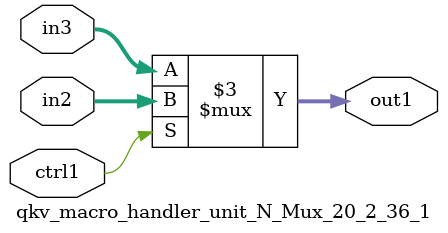
<source format=v>

`timescale 1ps / 1ps


module qkv_macro_handler_unit_N_Mux_20_2_36_1( in3, in2, ctrl1, out1 );

    input [19:0] in3;
    input [19:0] in2;
    input ctrl1;
    output [19:0] out1;
    reg [19:0] out1;

    
    // rtl_process:qkv_macro_handler_unit_N_Mux_20_2_36_1/qkv_macro_handler_unit_N_Mux_20_2_36_1_thread_1
    always @*
      begin : qkv_macro_handler_unit_N_Mux_20_2_36_1_thread_1
        case (ctrl1) 
          1'b1: 
            begin
              out1 = in2;
            end
          default: 
            begin
              out1 = in3;
            end
        endcase
      end

endmodule





</source>
